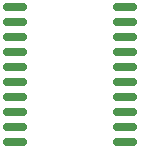
<source format=gbr>
%TF.GenerationSoftware,KiCad,Pcbnew,7.0.2*%
%TF.CreationDate,2023-06-25T21:00:02-03:00*%
%TF.ProjectId,horta,686f7274-612e-46b6-9963-61645f706362,rev?*%
%TF.SameCoordinates,Original*%
%TF.FileFunction,Paste,Top*%
%TF.FilePolarity,Positive*%
%FSLAX46Y46*%
G04 Gerber Fmt 4.6, Leading zero omitted, Abs format (unit mm)*
G04 Created by KiCad (PCBNEW 7.0.2) date 2023-06-25 21:00:02*
%MOMM*%
%LPD*%
G01*
G04 APERTURE LIST*
G04 Aperture macros list*
%AMRoundRect*
0 Rectangle with rounded corners*
0 $1 Rounding radius*
0 $2 $3 $4 $5 $6 $7 $8 $9 X,Y pos of 4 corners*
0 Add a 4 corners polygon primitive as box body*
4,1,4,$2,$3,$4,$5,$6,$7,$8,$9,$2,$3,0*
0 Add four circle primitives for the rounded corners*
1,1,$1+$1,$2,$3*
1,1,$1+$1,$4,$5*
1,1,$1+$1,$6,$7*
1,1,$1+$1,$8,$9*
0 Add four rect primitives between the rounded corners*
20,1,$1+$1,$2,$3,$4,$5,0*
20,1,$1+$1,$4,$5,$6,$7,0*
20,1,$1+$1,$6,$7,$8,$9,0*
20,1,$1+$1,$8,$9,$2,$3,0*%
G04 Aperture macros list end*
%ADD10RoundRect,0.150000X-0.875000X-0.150000X0.875000X-0.150000X0.875000X0.150000X-0.875000X0.150000X0*%
G04 APERTURE END LIST*
D10*
%TO.C,U1*%
X149860000Y-95250000D03*
X149860000Y-96520000D03*
X149860000Y-97790000D03*
X149860000Y-99060000D03*
X149860000Y-100330000D03*
X149860000Y-101600000D03*
X149860000Y-102870000D03*
X149860000Y-104140000D03*
X149860000Y-105410000D03*
X149860000Y-106680000D03*
X159160000Y-106680000D03*
X159160000Y-105410000D03*
X159160000Y-104140000D03*
X159160000Y-102870000D03*
X159160000Y-101600000D03*
X159160000Y-100330000D03*
X159160000Y-99060000D03*
X159160000Y-97790000D03*
X159160000Y-96520000D03*
X159160000Y-95250000D03*
%TD*%
M02*

</source>
